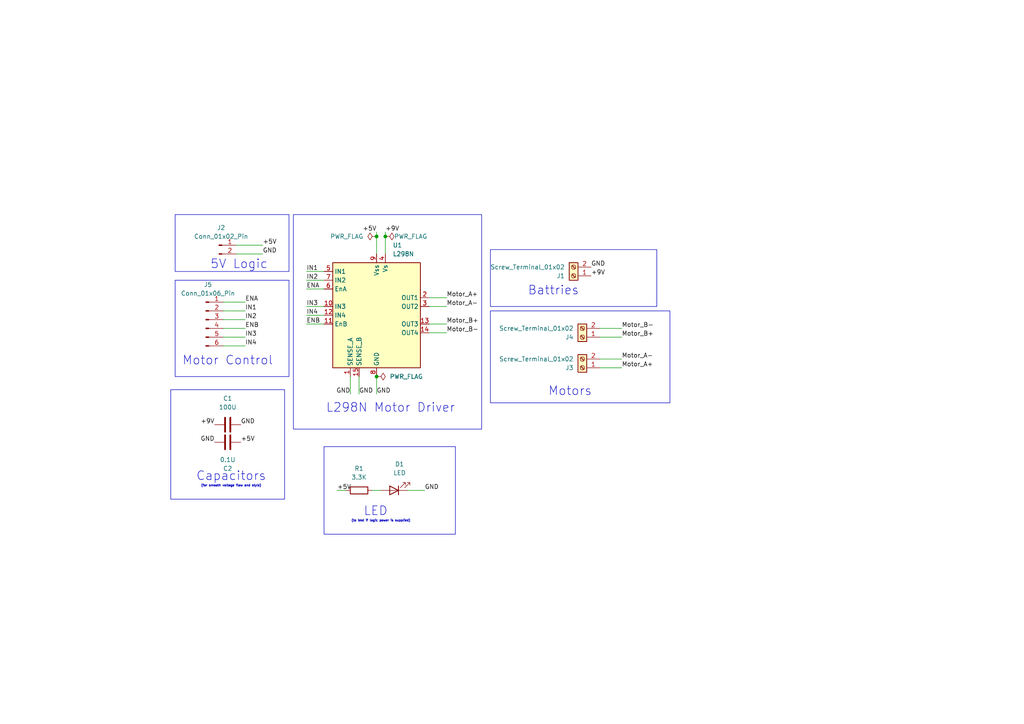
<source format=kicad_sch>
(kicad_sch
	(version 20250114)
	(generator "eeschema")
	(generator_version "9.0")
	(uuid "d5101740-95b4-4f27-9c92-59ad5ff72ede")
	(paper "A4")
	(lib_symbols
		(symbol "Connector:Conn_01x02_Pin"
			(pin_names
				(offset 1.016)
				(hide yes)
			)
			(exclude_from_sim no)
			(in_bom yes)
			(on_board yes)
			(property "Reference" "J"
				(at 0 2.54 0)
				(effects
					(font
						(size 1.27 1.27)
					)
				)
			)
			(property "Value" "Conn_01x02_Pin"
				(at 0 -5.08 0)
				(effects
					(font
						(size 1.27 1.27)
					)
				)
			)
			(property "Footprint" ""
				(at 0 0 0)
				(effects
					(font
						(size 1.27 1.27)
					)
					(hide yes)
				)
			)
			(property "Datasheet" "~"
				(at 0 0 0)
				(effects
					(font
						(size 1.27 1.27)
					)
					(hide yes)
				)
			)
			(property "Description" "Generic connector, single row, 01x02, script generated"
				(at 0 0 0)
				(effects
					(font
						(size 1.27 1.27)
					)
					(hide yes)
				)
			)
			(property "ki_locked" ""
				(at 0 0 0)
				(effects
					(font
						(size 1.27 1.27)
					)
				)
			)
			(property "ki_keywords" "connector"
				(at 0 0 0)
				(effects
					(font
						(size 1.27 1.27)
					)
					(hide yes)
				)
			)
			(property "ki_fp_filters" "Connector*:*_1x??_*"
				(at 0 0 0)
				(effects
					(font
						(size 1.27 1.27)
					)
					(hide yes)
				)
			)
			(symbol "Conn_01x02_Pin_1_1"
				(rectangle
					(start 0.8636 0.127)
					(end 0 -0.127)
					(stroke
						(width 0.1524)
						(type default)
					)
					(fill
						(type outline)
					)
				)
				(rectangle
					(start 0.8636 -2.413)
					(end 0 -2.667)
					(stroke
						(width 0.1524)
						(type default)
					)
					(fill
						(type outline)
					)
				)
				(polyline
					(pts
						(xy 1.27 0) (xy 0.8636 0)
					)
					(stroke
						(width 0.1524)
						(type default)
					)
					(fill
						(type none)
					)
				)
				(polyline
					(pts
						(xy 1.27 -2.54) (xy 0.8636 -2.54)
					)
					(stroke
						(width 0.1524)
						(type default)
					)
					(fill
						(type none)
					)
				)
				(pin passive line
					(at 5.08 0 180)
					(length 3.81)
					(name "Pin_1"
						(effects
							(font
								(size 1.27 1.27)
							)
						)
					)
					(number "1"
						(effects
							(font
								(size 1.27 1.27)
							)
						)
					)
				)
				(pin passive line
					(at 5.08 -2.54 180)
					(length 3.81)
					(name "Pin_2"
						(effects
							(font
								(size 1.27 1.27)
							)
						)
					)
					(number "2"
						(effects
							(font
								(size 1.27 1.27)
							)
						)
					)
				)
			)
			(embedded_fonts no)
		)
		(symbol "Connector:Conn_01x06_Pin"
			(pin_names
				(offset 1.016)
				(hide yes)
			)
			(exclude_from_sim no)
			(in_bom yes)
			(on_board yes)
			(property "Reference" "J"
				(at 0 7.62 0)
				(effects
					(font
						(size 1.27 1.27)
					)
				)
			)
			(property "Value" "Conn_01x06_Pin"
				(at 0 -10.16 0)
				(effects
					(font
						(size 1.27 1.27)
					)
				)
			)
			(property "Footprint" ""
				(at 0 0 0)
				(effects
					(font
						(size 1.27 1.27)
					)
					(hide yes)
				)
			)
			(property "Datasheet" "~"
				(at 0 0 0)
				(effects
					(font
						(size 1.27 1.27)
					)
					(hide yes)
				)
			)
			(property "Description" "Generic connector, single row, 01x06, script generated"
				(at 0 0 0)
				(effects
					(font
						(size 1.27 1.27)
					)
					(hide yes)
				)
			)
			(property "ki_locked" ""
				(at 0 0 0)
				(effects
					(font
						(size 1.27 1.27)
					)
				)
			)
			(property "ki_keywords" "connector"
				(at 0 0 0)
				(effects
					(font
						(size 1.27 1.27)
					)
					(hide yes)
				)
			)
			(property "ki_fp_filters" "Connector*:*_1x??_*"
				(at 0 0 0)
				(effects
					(font
						(size 1.27 1.27)
					)
					(hide yes)
				)
			)
			(symbol "Conn_01x06_Pin_1_1"
				(rectangle
					(start 0.8636 5.207)
					(end 0 4.953)
					(stroke
						(width 0.1524)
						(type default)
					)
					(fill
						(type outline)
					)
				)
				(rectangle
					(start 0.8636 2.667)
					(end 0 2.413)
					(stroke
						(width 0.1524)
						(type default)
					)
					(fill
						(type outline)
					)
				)
				(rectangle
					(start 0.8636 0.127)
					(end 0 -0.127)
					(stroke
						(width 0.1524)
						(type default)
					)
					(fill
						(type outline)
					)
				)
				(rectangle
					(start 0.8636 -2.413)
					(end 0 -2.667)
					(stroke
						(width 0.1524)
						(type default)
					)
					(fill
						(type outline)
					)
				)
				(rectangle
					(start 0.8636 -4.953)
					(end 0 -5.207)
					(stroke
						(width 0.1524)
						(type default)
					)
					(fill
						(type outline)
					)
				)
				(rectangle
					(start 0.8636 -7.493)
					(end 0 -7.747)
					(stroke
						(width 0.1524)
						(type default)
					)
					(fill
						(type outline)
					)
				)
				(polyline
					(pts
						(xy 1.27 5.08) (xy 0.8636 5.08)
					)
					(stroke
						(width 0.1524)
						(type default)
					)
					(fill
						(type none)
					)
				)
				(polyline
					(pts
						(xy 1.27 2.54) (xy 0.8636 2.54)
					)
					(stroke
						(width 0.1524)
						(type default)
					)
					(fill
						(type none)
					)
				)
				(polyline
					(pts
						(xy 1.27 0) (xy 0.8636 0)
					)
					(stroke
						(width 0.1524)
						(type default)
					)
					(fill
						(type none)
					)
				)
				(polyline
					(pts
						(xy 1.27 -2.54) (xy 0.8636 -2.54)
					)
					(stroke
						(width 0.1524)
						(type default)
					)
					(fill
						(type none)
					)
				)
				(polyline
					(pts
						(xy 1.27 -5.08) (xy 0.8636 -5.08)
					)
					(stroke
						(width 0.1524)
						(type default)
					)
					(fill
						(type none)
					)
				)
				(polyline
					(pts
						(xy 1.27 -7.62) (xy 0.8636 -7.62)
					)
					(stroke
						(width 0.1524)
						(type default)
					)
					(fill
						(type none)
					)
				)
				(pin passive line
					(at 5.08 5.08 180)
					(length 3.81)
					(name "Pin_1"
						(effects
							(font
								(size 1.27 1.27)
							)
						)
					)
					(number "1"
						(effects
							(font
								(size 1.27 1.27)
							)
						)
					)
				)
				(pin passive line
					(at 5.08 2.54 180)
					(length 3.81)
					(name "Pin_2"
						(effects
							(font
								(size 1.27 1.27)
							)
						)
					)
					(number "2"
						(effects
							(font
								(size 1.27 1.27)
							)
						)
					)
				)
				(pin passive line
					(at 5.08 0 180)
					(length 3.81)
					(name "Pin_3"
						(effects
							(font
								(size 1.27 1.27)
							)
						)
					)
					(number "3"
						(effects
							(font
								(size 1.27 1.27)
							)
						)
					)
				)
				(pin passive line
					(at 5.08 -2.54 180)
					(length 3.81)
					(name "Pin_4"
						(effects
							(font
								(size 1.27 1.27)
							)
						)
					)
					(number "4"
						(effects
							(font
								(size 1.27 1.27)
							)
						)
					)
				)
				(pin passive line
					(at 5.08 -5.08 180)
					(length 3.81)
					(name "Pin_5"
						(effects
							(font
								(size 1.27 1.27)
							)
						)
					)
					(number "5"
						(effects
							(font
								(size 1.27 1.27)
							)
						)
					)
				)
				(pin passive line
					(at 5.08 -7.62 180)
					(length 3.81)
					(name "Pin_6"
						(effects
							(font
								(size 1.27 1.27)
							)
						)
					)
					(number "6"
						(effects
							(font
								(size 1.27 1.27)
							)
						)
					)
				)
			)
			(embedded_fonts no)
		)
		(symbol "Connector:Screw_Terminal_01x02"
			(pin_names
				(offset 1.016)
				(hide yes)
			)
			(exclude_from_sim no)
			(in_bom yes)
			(on_board yes)
			(property "Reference" "J"
				(at 0 2.54 0)
				(effects
					(font
						(size 1.27 1.27)
					)
				)
			)
			(property "Value" "Screw_Terminal_01x02"
				(at 0 -5.08 0)
				(effects
					(font
						(size 1.27 1.27)
					)
				)
			)
			(property "Footprint" ""
				(at 0 0 0)
				(effects
					(font
						(size 1.27 1.27)
					)
					(hide yes)
				)
			)
			(property "Datasheet" "~"
				(at 0 0 0)
				(effects
					(font
						(size 1.27 1.27)
					)
					(hide yes)
				)
			)
			(property "Description" "Generic screw terminal, single row, 01x02, script generated (kicad-library-utils/schlib/autogen/connector/)"
				(at 0 0 0)
				(effects
					(font
						(size 1.27 1.27)
					)
					(hide yes)
				)
			)
			(property "ki_keywords" "screw terminal"
				(at 0 0 0)
				(effects
					(font
						(size 1.27 1.27)
					)
					(hide yes)
				)
			)
			(property "ki_fp_filters" "TerminalBlock*:*"
				(at 0 0 0)
				(effects
					(font
						(size 1.27 1.27)
					)
					(hide yes)
				)
			)
			(symbol "Screw_Terminal_01x02_1_1"
				(rectangle
					(start -1.27 1.27)
					(end 1.27 -3.81)
					(stroke
						(width 0.254)
						(type default)
					)
					(fill
						(type background)
					)
				)
				(polyline
					(pts
						(xy -0.5334 0.3302) (xy 0.3302 -0.508)
					)
					(stroke
						(width 0.1524)
						(type default)
					)
					(fill
						(type none)
					)
				)
				(polyline
					(pts
						(xy -0.5334 -2.2098) (xy 0.3302 -3.048)
					)
					(stroke
						(width 0.1524)
						(type default)
					)
					(fill
						(type none)
					)
				)
				(polyline
					(pts
						(xy -0.3556 0.508) (xy 0.508 -0.3302)
					)
					(stroke
						(width 0.1524)
						(type default)
					)
					(fill
						(type none)
					)
				)
				(polyline
					(pts
						(xy -0.3556 -2.032) (xy 0.508 -2.8702)
					)
					(stroke
						(width 0.1524)
						(type default)
					)
					(fill
						(type none)
					)
				)
				(circle
					(center 0 0)
					(radius 0.635)
					(stroke
						(width 0.1524)
						(type default)
					)
					(fill
						(type none)
					)
				)
				(circle
					(center 0 -2.54)
					(radius 0.635)
					(stroke
						(width 0.1524)
						(type default)
					)
					(fill
						(type none)
					)
				)
				(pin passive line
					(at -5.08 0 0)
					(length 3.81)
					(name "Pin_1"
						(effects
							(font
								(size 1.27 1.27)
							)
						)
					)
					(number "1"
						(effects
							(font
								(size 1.27 1.27)
							)
						)
					)
				)
				(pin passive line
					(at -5.08 -2.54 0)
					(length 3.81)
					(name "Pin_2"
						(effects
							(font
								(size 1.27 1.27)
							)
						)
					)
					(number "2"
						(effects
							(font
								(size 1.27 1.27)
							)
						)
					)
				)
			)
			(embedded_fonts no)
		)
		(symbol "Device:C"
			(pin_numbers
				(hide yes)
			)
			(pin_names
				(offset 0.254)
			)
			(exclude_from_sim no)
			(in_bom yes)
			(on_board yes)
			(property "Reference" "C"
				(at 0.635 2.54 0)
				(effects
					(font
						(size 1.27 1.27)
					)
					(justify left)
				)
			)
			(property "Value" "C"
				(at 0.635 -2.54 0)
				(effects
					(font
						(size 1.27 1.27)
					)
					(justify left)
				)
			)
			(property "Footprint" ""
				(at 0.9652 -3.81 0)
				(effects
					(font
						(size 1.27 1.27)
					)
					(hide yes)
				)
			)
			(property "Datasheet" "~"
				(at 0 0 0)
				(effects
					(font
						(size 1.27 1.27)
					)
					(hide yes)
				)
			)
			(property "Description" "Unpolarized capacitor"
				(at 0 0 0)
				(effects
					(font
						(size 1.27 1.27)
					)
					(hide yes)
				)
			)
			(property "ki_keywords" "cap capacitor"
				(at 0 0 0)
				(effects
					(font
						(size 1.27 1.27)
					)
					(hide yes)
				)
			)
			(property "ki_fp_filters" "C_*"
				(at 0 0 0)
				(effects
					(font
						(size 1.27 1.27)
					)
					(hide yes)
				)
			)
			(symbol "C_0_1"
				(polyline
					(pts
						(xy -2.032 0.762) (xy 2.032 0.762)
					)
					(stroke
						(width 0.508)
						(type default)
					)
					(fill
						(type none)
					)
				)
				(polyline
					(pts
						(xy -2.032 -0.762) (xy 2.032 -0.762)
					)
					(stroke
						(width 0.508)
						(type default)
					)
					(fill
						(type none)
					)
				)
			)
			(symbol "C_1_1"
				(pin passive line
					(at 0 3.81 270)
					(length 2.794)
					(name "~"
						(effects
							(font
								(size 1.27 1.27)
							)
						)
					)
					(number "1"
						(effects
							(font
								(size 1.27 1.27)
							)
						)
					)
				)
				(pin passive line
					(at 0 -3.81 90)
					(length 2.794)
					(name "~"
						(effects
							(font
								(size 1.27 1.27)
							)
						)
					)
					(number "2"
						(effects
							(font
								(size 1.27 1.27)
							)
						)
					)
				)
			)
			(embedded_fonts no)
		)
		(symbol "Device:LED"
			(pin_numbers
				(hide yes)
			)
			(pin_names
				(offset 1.016)
				(hide yes)
			)
			(exclude_from_sim no)
			(in_bom yes)
			(on_board yes)
			(property "Reference" "D"
				(at 0 2.54 0)
				(effects
					(font
						(size 1.27 1.27)
					)
				)
			)
			(property "Value" "LED"
				(at 0 -2.54 0)
				(effects
					(font
						(size 1.27 1.27)
					)
				)
			)
			(property "Footprint" ""
				(at 0 0 0)
				(effects
					(font
						(size 1.27 1.27)
					)
					(hide yes)
				)
			)
			(property "Datasheet" "~"
				(at 0 0 0)
				(effects
					(font
						(size 1.27 1.27)
					)
					(hide yes)
				)
			)
			(property "Description" "Light emitting diode"
				(at 0 0 0)
				(effects
					(font
						(size 1.27 1.27)
					)
					(hide yes)
				)
			)
			(property "Sim.Pins" "1=K 2=A"
				(at 0 0 0)
				(effects
					(font
						(size 1.27 1.27)
					)
					(hide yes)
				)
			)
			(property "ki_keywords" "LED diode"
				(at 0 0 0)
				(effects
					(font
						(size 1.27 1.27)
					)
					(hide yes)
				)
			)
			(property "ki_fp_filters" "LED* LED_SMD:* LED_THT:*"
				(at 0 0 0)
				(effects
					(font
						(size 1.27 1.27)
					)
					(hide yes)
				)
			)
			(symbol "LED_0_1"
				(polyline
					(pts
						(xy -3.048 -0.762) (xy -4.572 -2.286) (xy -3.81 -2.286) (xy -4.572 -2.286) (xy -4.572 -1.524)
					)
					(stroke
						(width 0)
						(type default)
					)
					(fill
						(type none)
					)
				)
				(polyline
					(pts
						(xy -1.778 -0.762) (xy -3.302 -2.286) (xy -2.54 -2.286) (xy -3.302 -2.286) (xy -3.302 -1.524)
					)
					(stroke
						(width 0)
						(type default)
					)
					(fill
						(type none)
					)
				)
				(polyline
					(pts
						(xy -1.27 0) (xy 1.27 0)
					)
					(stroke
						(width 0)
						(type default)
					)
					(fill
						(type none)
					)
				)
				(polyline
					(pts
						(xy -1.27 -1.27) (xy -1.27 1.27)
					)
					(stroke
						(width 0.254)
						(type default)
					)
					(fill
						(type none)
					)
				)
				(polyline
					(pts
						(xy 1.27 -1.27) (xy 1.27 1.27) (xy -1.27 0) (xy 1.27 -1.27)
					)
					(stroke
						(width 0.254)
						(type default)
					)
					(fill
						(type none)
					)
				)
			)
			(symbol "LED_1_1"
				(pin passive line
					(at -3.81 0 0)
					(length 2.54)
					(name "K"
						(effects
							(font
								(size 1.27 1.27)
							)
						)
					)
					(number "1"
						(effects
							(font
								(size 1.27 1.27)
							)
						)
					)
				)
				(pin passive line
					(at 3.81 0 180)
					(length 2.54)
					(name "A"
						(effects
							(font
								(size 1.27 1.27)
							)
						)
					)
					(number "2"
						(effects
							(font
								(size 1.27 1.27)
							)
						)
					)
				)
			)
			(embedded_fonts no)
		)
		(symbol "Device:R"
			(pin_numbers
				(hide yes)
			)
			(pin_names
				(offset 0)
			)
			(exclude_from_sim no)
			(in_bom yes)
			(on_board yes)
			(property "Reference" "R"
				(at 2.032 0 90)
				(effects
					(font
						(size 1.27 1.27)
					)
				)
			)
			(property "Value" "R"
				(at 0 0 90)
				(effects
					(font
						(size 1.27 1.27)
					)
				)
			)
			(property "Footprint" ""
				(at -1.778 0 90)
				(effects
					(font
						(size 1.27 1.27)
					)
					(hide yes)
				)
			)
			(property "Datasheet" "~"
				(at 0 0 0)
				(effects
					(font
						(size 1.27 1.27)
					)
					(hide yes)
				)
			)
			(property "Description" "Resistor"
				(at 0 0 0)
				(effects
					(font
						(size 1.27 1.27)
					)
					(hide yes)
				)
			)
			(property "ki_keywords" "R res resistor"
				(at 0 0 0)
				(effects
					(font
						(size 1.27 1.27)
					)
					(hide yes)
				)
			)
			(property "ki_fp_filters" "R_*"
				(at 0 0 0)
				(effects
					(font
						(size 1.27 1.27)
					)
					(hide yes)
				)
			)
			(symbol "R_0_1"
				(rectangle
					(start -1.016 -2.54)
					(end 1.016 2.54)
					(stroke
						(width 0.254)
						(type default)
					)
					(fill
						(type none)
					)
				)
			)
			(symbol "R_1_1"
				(pin passive line
					(at 0 3.81 270)
					(length 1.27)
					(name "~"
						(effects
							(font
								(size 1.27 1.27)
							)
						)
					)
					(number "1"
						(effects
							(font
								(size 1.27 1.27)
							)
						)
					)
				)
				(pin passive line
					(at 0 -3.81 90)
					(length 1.27)
					(name "~"
						(effects
							(font
								(size 1.27 1.27)
							)
						)
					)
					(number "2"
						(effects
							(font
								(size 1.27 1.27)
							)
						)
					)
				)
			)
			(embedded_fonts no)
		)
		(symbol "Driver_Motor:L298N"
			(exclude_from_sim no)
			(in_bom yes)
			(on_board yes)
			(property "Reference" "U"
				(at -10.16 16.51 0)
				(effects
					(font
						(size 1.27 1.27)
					)
					(justify right)
				)
			)
			(property "Value" "L298N"
				(at 12.7 16.51 0)
				(effects
					(font
						(size 1.27 1.27)
					)
					(justify right)
				)
			)
			(property "Footprint" "Package_TO_SOT_THT:TO-220-15_P2.54x5.08mm_StaggerOdd_Lead4.58mm_Vertical"
				(at 1.27 -16.51 0)
				(effects
					(font
						(size 1.27 1.27)
					)
					(justify left)
					(hide yes)
				)
			)
			(property "Datasheet" "http://www.st.com/st-web-ui/static/active/en/resource/technical/document/datasheet/CD00000240.pdf"
				(at 3.81 6.35 0)
				(effects
					(font
						(size 1.27 1.27)
					)
					(hide yes)
				)
			)
			(property "Description" "Dual full bridge motor driver, up to 46V, 4A, Multiwatt15-V"
				(at 0 0 0)
				(effects
					(font
						(size 1.27 1.27)
					)
					(hide yes)
				)
			)
			(property "ki_keywords" "H-bridge motor driver"
				(at 0 0 0)
				(effects
					(font
						(size 1.27 1.27)
					)
					(hide yes)
				)
			)
			(property "ki_fp_filters" "TO?220*StaggerOdd*Vertical*"
				(at 0 0 0)
				(effects
					(font
						(size 1.27 1.27)
					)
					(hide yes)
				)
			)
			(symbol "L298N_0_1"
				(rectangle
					(start -12.7 15.24)
					(end 12.7 -15.24)
					(stroke
						(width 0.254)
						(type default)
					)
					(fill
						(type background)
					)
				)
			)
			(symbol "L298N_1_1"
				(pin input line
					(at -15.24 12.7 0)
					(length 2.54)
					(name "IN1"
						(effects
							(font
								(size 1.27 1.27)
							)
						)
					)
					(number "5"
						(effects
							(font
								(size 1.27 1.27)
							)
						)
					)
				)
				(pin input line
					(at -15.24 10.16 0)
					(length 2.54)
					(name "IN2"
						(effects
							(font
								(size 1.27 1.27)
							)
						)
					)
					(number "7"
						(effects
							(font
								(size 1.27 1.27)
							)
						)
					)
				)
				(pin input line
					(at -15.24 7.62 0)
					(length 2.54)
					(name "EnA"
						(effects
							(font
								(size 1.27 1.27)
							)
						)
					)
					(number "6"
						(effects
							(font
								(size 1.27 1.27)
							)
						)
					)
				)
				(pin input line
					(at -15.24 2.54 0)
					(length 2.54)
					(name "IN3"
						(effects
							(font
								(size 1.27 1.27)
							)
						)
					)
					(number "10"
						(effects
							(font
								(size 1.27 1.27)
							)
						)
					)
				)
				(pin input line
					(at -15.24 0 0)
					(length 2.54)
					(name "IN4"
						(effects
							(font
								(size 1.27 1.27)
							)
						)
					)
					(number "12"
						(effects
							(font
								(size 1.27 1.27)
							)
						)
					)
				)
				(pin input line
					(at -15.24 -2.54 0)
					(length 2.54)
					(name "EnB"
						(effects
							(font
								(size 1.27 1.27)
							)
						)
					)
					(number "11"
						(effects
							(font
								(size 1.27 1.27)
							)
						)
					)
				)
				(pin input line
					(at -7.62 -17.78 90)
					(length 2.54)
					(name "SENSE_A"
						(effects
							(font
								(size 1.27 1.27)
							)
						)
					)
					(number "1"
						(effects
							(font
								(size 1.27 1.27)
							)
						)
					)
				)
				(pin input line
					(at -5.08 -17.78 90)
					(length 2.54)
					(name "SENSE_B"
						(effects
							(font
								(size 1.27 1.27)
							)
						)
					)
					(number "15"
						(effects
							(font
								(size 1.27 1.27)
							)
						)
					)
				)
				(pin power_in line
					(at 0 17.78 270)
					(length 2.54)
					(name "Vss"
						(effects
							(font
								(size 1.27 1.27)
							)
						)
					)
					(number "9"
						(effects
							(font
								(size 1.27 1.27)
							)
						)
					)
				)
				(pin power_in line
					(at 0 -17.78 90)
					(length 2.54)
					(name "GND"
						(effects
							(font
								(size 1.27 1.27)
							)
						)
					)
					(number "8"
						(effects
							(font
								(size 1.27 1.27)
							)
						)
					)
				)
				(pin power_in line
					(at 2.54 17.78 270)
					(length 2.54)
					(name "Vs"
						(effects
							(font
								(size 1.27 1.27)
							)
						)
					)
					(number "4"
						(effects
							(font
								(size 1.27 1.27)
							)
						)
					)
				)
				(pin output line
					(at 15.24 5.08 180)
					(length 2.54)
					(name "OUT1"
						(effects
							(font
								(size 1.27 1.27)
							)
						)
					)
					(number "2"
						(effects
							(font
								(size 1.27 1.27)
							)
						)
					)
				)
				(pin output line
					(at 15.24 2.54 180)
					(length 2.54)
					(name "OUT2"
						(effects
							(font
								(size 1.27 1.27)
							)
						)
					)
					(number "3"
						(effects
							(font
								(size 1.27 1.27)
							)
						)
					)
				)
				(pin output line
					(at 15.24 -2.54 180)
					(length 2.54)
					(name "OUT3"
						(effects
							(font
								(size 1.27 1.27)
							)
						)
					)
					(number "13"
						(effects
							(font
								(size 1.27 1.27)
							)
						)
					)
				)
				(pin output line
					(at 15.24 -5.08 180)
					(length 2.54)
					(name "OUT4"
						(effects
							(font
								(size 1.27 1.27)
							)
						)
					)
					(number "14"
						(effects
							(font
								(size 1.27 1.27)
							)
						)
					)
				)
			)
			(embedded_fonts no)
		)
		(symbol "power:PWR_FLAG"
			(power)
			(pin_numbers
				(hide yes)
			)
			(pin_names
				(offset 0)
				(hide yes)
			)
			(exclude_from_sim no)
			(in_bom yes)
			(on_board yes)
			(property "Reference" "#FLG"
				(at 0 1.905 0)
				(effects
					(font
						(size 1.27 1.27)
					)
					(hide yes)
				)
			)
			(property "Value" "PWR_FLAG"
				(at 0 3.81 0)
				(effects
					(font
						(size 1.27 1.27)
					)
				)
			)
			(property "Footprint" ""
				(at 0 0 0)
				(effects
					(font
						(size 1.27 1.27)
					)
					(hide yes)
				)
			)
			(property "Datasheet" "~"
				(at 0 0 0)
				(effects
					(font
						(size 1.27 1.27)
					)
					(hide yes)
				)
			)
			(property "Description" "Special symbol for telling ERC where power comes from"
				(at 0 0 0)
				(effects
					(font
						(size 1.27 1.27)
					)
					(hide yes)
				)
			)
			(property "ki_keywords" "flag power"
				(at 0 0 0)
				(effects
					(font
						(size 1.27 1.27)
					)
					(hide yes)
				)
			)
			(symbol "PWR_FLAG_0_0"
				(pin power_out line
					(at 0 0 90)
					(length 0)
					(name "~"
						(effects
							(font
								(size 1.27 1.27)
							)
						)
					)
					(number "1"
						(effects
							(font
								(size 1.27 1.27)
							)
						)
					)
				)
			)
			(symbol "PWR_FLAG_0_1"
				(polyline
					(pts
						(xy 0 0) (xy 0 1.27) (xy -1.016 1.905) (xy 0 2.54) (xy 1.016 1.905) (xy 0 1.27)
					)
					(stroke
						(width 0)
						(type default)
					)
					(fill
						(type none)
					)
				)
			)
			(embedded_fonts no)
		)
	)
	(rectangle
		(start 85.09 62.23)
		(end 139.7 124.46)
		(stroke
			(width 0)
			(type default)
		)
		(fill
			(type none)
		)
		(uuid 185b469f-9272-4b8b-9f11-e3e90c58c482)
	)
	(rectangle
		(start 49.53 113.03)
		(end 82.55 144.78)
		(stroke
			(width 0)
			(type default)
		)
		(fill
			(type none)
		)
		(uuid 204746da-aa16-4509-b283-879221fee38c)
	)
	(rectangle
		(start 142.24 72.39)
		(end 190.5 88.9)
		(stroke
			(width 0)
			(type default)
		)
		(fill
			(type none)
		)
		(uuid 9add58c4-f452-42e3-ad29-aa1985a093fd)
	)
	(rectangle
		(start 50.8 81.28)
		(end 83.82 109.22)
		(stroke
			(width 0)
			(type default)
		)
		(fill
			(type none)
		)
		(uuid a9da99d5-aba8-4324-87b3-ed5627151b79)
	)
	(rectangle
		(start 50.8 62.23)
		(end 83.82 78.74)
		(stroke
			(width 0)
			(type default)
		)
		(fill
			(type none)
		)
		(uuid cf14fc11-18dd-400e-bc8d-5a5aa4d38b90)
	)
	(rectangle
		(start 93.98 129.54)
		(end 132.08 154.94)
		(stroke
			(width 0)
			(type default)
		)
		(fill
			(type none)
		)
		(uuid d133199f-8c71-4f66-97aa-552c06577147)
	)
	(rectangle
		(start 142.24 90.17)
		(end 194.31 116.84)
		(stroke
			(width 0)
			(type default)
		)
		(fill
			(type none)
		)
		(uuid e2971e28-dcc6-46ac-8069-6e40fad6680b)
	)
	(text "Capacitors"
		(exclude_from_sim no)
		(at 67.056 138.176 0)
		(effects
			(font
				(size 2.54 2.54)
			)
		)
		(uuid "3af47dbb-ce18-45f2-855c-2b51bdbfee5d")
	)
	(text "(to test if logic power is supplied)"
		(exclude_from_sim no)
		(at 110.49 151.13 0)
		(effects
			(font
				(size 0.635 0.635)
			)
		)
		(uuid "7bd636cc-d5cc-492a-87c7-3cdd83697117")
	)
	(text "5V Logic"
		(exclude_from_sim no)
		(at 69.342 76.708 0)
		(effects
			(font
				(size 2.54 2.54)
			)
		)
		(uuid "7f4cd23e-c91f-4f95-9b7d-a5557ca96e33")
	)
	(text "Motor Control\n"
		(exclude_from_sim no)
		(at 66.04 104.648 0)
		(effects
			(font
				(size 2.54 2.54)
			)
		)
		(uuid "7fb0ca55-b9fa-412b-aead-2545c19429ca")
	)
	(text "(for smooth voltage flow and style)"
		(exclude_from_sim no)
		(at 67.056 140.97 0)
		(effects
			(font
				(size 0.635 0.635)
			)
		)
		(uuid "a69e9626-87d2-4422-9775-be2802d30f06")
	)
	(text "Battries\n"
		(exclude_from_sim no)
		(at 160.528 84.328 0)
		(effects
			(font
				(size 2.54 2.54)
			)
		)
		(uuid "add400e0-4e1f-4448-be18-7babc913289a")
	)
	(text "LED"
		(exclude_from_sim no)
		(at 108.966 148.336 0)
		(effects
			(font
				(size 2.54 2.54)
			)
		)
		(uuid "c5e191df-ef1b-4821-857c-4a21a8937f62")
	)
	(text "Motors"
		(exclude_from_sim no)
		(at 165.354 113.538 0)
		(effects
			(font
				(size 2.54 2.54)
			)
		)
		(uuid "da2e4702-1dbd-4cf1-95f1-0f680c467a78")
	)
	(text "L298N Motor Driver"
		(exclude_from_sim no)
		(at 113.284 118.364 0)
		(effects
			(font
				(size 2.54 2.54)
			)
		)
		(uuid "e8b71bc2-51bd-4779-9f4d-ffd4369fa8c0")
	)
	(junction
		(at 111.76 68.58)
		(diameter 0)
		(color 0 0 0 0)
		(uuid "2918f3c0-ebb7-4268-a9f9-c5c33bd0eb33")
	)
	(junction
		(at 109.22 68.58)
		(diameter 0)
		(color 0 0 0 0)
		(uuid "2f658411-9b67-4647-a642-944a67a1ad05")
	)
	(junction
		(at 109.22 109.22)
		(diameter 0)
		(color 0 0 0 0)
		(uuid "7bd330cb-4086-4fca-bfe1-327f2f503682")
	)
	(wire
		(pts
			(xy 101.6 109.22) (xy 101.6 114.3)
		)
		(stroke
			(width 0)
			(type default)
		)
		(uuid "069eb77b-9e6e-4dc4-9e03-99b2cb656a23")
	)
	(wire
		(pts
			(xy 180.34 104.14) (xy 173.99 104.14)
		)
		(stroke
			(width 0)
			(type default)
		)
		(uuid "197808dc-14f3-48f1-ac6d-2aa303e01850")
	)
	(wire
		(pts
			(xy 88.9 78.74) (xy 93.98 78.74)
		)
		(stroke
			(width 0)
			(type default)
		)
		(uuid "1dc44879-d4e3-4eab-a4a9-01fa0c876098")
	)
	(wire
		(pts
			(xy 107.95 142.24) (xy 110.49 142.24)
		)
		(stroke
			(width 0)
			(type default)
		)
		(uuid "22495bee-7a02-4afa-a0e5-f3911ff052dd")
	)
	(wire
		(pts
			(xy 124.46 96.52) (xy 129.54 96.52)
		)
		(stroke
			(width 0)
			(type default)
		)
		(uuid "2385a8ec-7342-454c-8a4b-5aeffdbfebd6")
	)
	(wire
		(pts
			(xy 180.34 106.68) (xy 173.99 106.68)
		)
		(stroke
			(width 0)
			(type default)
		)
		(uuid "263924be-45f4-4033-bbc3-32a6dc6f0ad8")
	)
	(wire
		(pts
			(xy 68.58 71.12) (xy 76.2 71.12)
		)
		(stroke
			(width 0)
			(type default)
		)
		(uuid "2d5cf365-54eb-4856-89d3-0f1e28dc1d7c")
	)
	(wire
		(pts
			(xy 111.76 68.58) (xy 111.76 73.66)
		)
		(stroke
			(width 0)
			(type default)
		)
		(uuid "37fe6875-82a8-47ae-a8fc-be4f0bfee4ad")
	)
	(wire
		(pts
			(xy 68.58 73.66) (xy 76.2 73.66)
		)
		(stroke
			(width 0)
			(type default)
		)
		(uuid "42666b9f-616c-46fa-8467-ef04b00abf85")
	)
	(wire
		(pts
			(xy 88.9 91.44) (xy 93.98 91.44)
		)
		(stroke
			(width 0)
			(type default)
		)
		(uuid "44eb3912-990f-4a2c-9df2-5ef0bd4fa8e6")
	)
	(wire
		(pts
			(xy 109.22 109.22) (xy 109.22 114.3)
		)
		(stroke
			(width 0)
			(type default)
		)
		(uuid "45b5782d-6832-4100-b3cb-675d169da4d3")
	)
	(wire
		(pts
			(xy 64.77 97.79) (xy 71.12 97.79)
		)
		(stroke
			(width 0)
			(type default)
		)
		(uuid "4863d16a-f7b9-486d-bbdb-ae87ac7d83f5")
	)
	(wire
		(pts
			(xy 88.9 93.98) (xy 93.98 93.98)
		)
		(stroke
			(width 0)
			(type default)
		)
		(uuid "4fdd62c1-2db7-4631-97f6-b83e81b0293f")
	)
	(wire
		(pts
			(xy 64.77 90.17) (xy 71.12 90.17)
		)
		(stroke
			(width 0)
			(type default)
		)
		(uuid "60561e66-a20c-4eab-9f3c-c31a3e96cd4f")
	)
	(wire
		(pts
			(xy 104.14 109.22) (xy 104.14 114.3)
		)
		(stroke
			(width 0)
			(type default)
		)
		(uuid "61113bac-ae9f-42fa-b16b-4ae976d66446")
	)
	(wire
		(pts
			(xy 109.22 68.58) (xy 109.22 73.66)
		)
		(stroke
			(width 0)
			(type default)
		)
		(uuid "72f5f8dc-0010-431d-9ed7-0a131e10baa3")
	)
	(wire
		(pts
			(xy 88.9 83.82) (xy 93.98 83.82)
		)
		(stroke
			(width 0)
			(type default)
		)
		(uuid "74053f30-b192-4f35-9de9-7e73ba428adf")
	)
	(wire
		(pts
			(xy 124.46 93.98) (xy 129.54 93.98)
		)
		(stroke
			(width 0)
			(type default)
		)
		(uuid "835b5a79-0771-4e5c-b2b7-da5e8dfe5fb3")
	)
	(wire
		(pts
			(xy 180.34 95.25) (xy 173.99 95.25)
		)
		(stroke
			(width 0)
			(type default)
		)
		(uuid "8675cf1a-7857-49a6-a926-8d1fbffafdaf")
	)
	(wire
		(pts
			(xy 64.77 100.33) (xy 71.12 100.33)
		)
		(stroke
			(width 0)
			(type default)
		)
		(uuid "89e3cae7-ca03-4d39-a8ce-e2d991c9d89d")
	)
	(wire
		(pts
			(xy 111.76 67.31) (xy 111.76 68.58)
		)
		(stroke
			(width 0)
			(type default)
		)
		(uuid "8e41dff1-e173-47db-9a15-59bb397e26e9")
	)
	(wire
		(pts
			(xy 88.9 81.28) (xy 93.98 81.28)
		)
		(stroke
			(width 0)
			(type default)
		)
		(uuid "8ee45308-bd83-4bb3-b702-a0fbcacd0dbf")
	)
	(wire
		(pts
			(xy 109.22 67.31) (xy 109.22 68.58)
		)
		(stroke
			(width 0)
			(type default)
		)
		(uuid "94debefc-c441-487a-ba27-897fc4ff3cf7")
	)
	(wire
		(pts
			(xy 97.79 142.24) (xy 100.33 142.24)
		)
		(stroke
			(width 0)
			(type default)
		)
		(uuid "9ba4e67f-0436-42da-affd-801bfe81782a")
	)
	(wire
		(pts
			(xy 124.46 88.9) (xy 129.54 88.9)
		)
		(stroke
			(width 0)
			(type default)
		)
		(uuid "9d7d6445-0e23-4674-a8de-eaadd871ac70")
	)
	(wire
		(pts
			(xy 64.77 95.25) (xy 71.12 95.25)
		)
		(stroke
			(width 0)
			(type default)
		)
		(uuid "c9d3258c-d186-4a32-b63e-6fad476b7c92")
	)
	(wire
		(pts
			(xy 64.77 87.63) (xy 71.12 87.63)
		)
		(stroke
			(width 0)
			(type default)
		)
		(uuid "d23cc86f-8ef8-4377-89fc-e1009b617fbb")
	)
	(wire
		(pts
			(xy 88.9 88.9) (xy 93.98 88.9)
		)
		(stroke
			(width 0)
			(type default)
		)
		(uuid "d314849f-55b6-41fb-a804-c09a6ca55ba5")
	)
	(wire
		(pts
			(xy 64.77 92.71) (xy 71.12 92.71)
		)
		(stroke
			(width 0)
			(type default)
		)
		(uuid "d8eb5f29-6e4d-4df7-8135-be252a287d55")
	)
	(wire
		(pts
			(xy 124.46 86.36) (xy 129.54 86.36)
		)
		(stroke
			(width 0)
			(type default)
		)
		(uuid "f5269b14-961f-482b-9a8a-50d9be0368b1")
	)
	(wire
		(pts
			(xy 180.34 97.79) (xy 173.99 97.79)
		)
		(stroke
			(width 0)
			(type default)
		)
		(uuid "faa9d8b1-50bc-4ced-a16a-dd8b094b6994")
	)
	(wire
		(pts
			(xy 118.11 142.24) (xy 123.19 142.24)
		)
		(stroke
			(width 0)
			(type default)
		)
		(uuid "fca08ec6-a838-4af9-a6bb-9482f4e30471")
	)
	(label "GND"
		(at 104.14 114.3 0)
		(effects
			(font
				(size 1.27 1.27)
			)
			(justify left bottom)
		)
		(uuid "05bd57d0-3b8a-4177-af68-417efa2e2508")
	)
	(label "GND"
		(at 109.22 114.3 0)
		(effects
			(font
				(size 1.27 1.27)
			)
			(justify left bottom)
		)
		(uuid "07a17a83-b43f-4f7a-b1c7-46e2c739c7af")
	)
	(label "GND"
		(at 62.23 128.27 180)
		(effects
			(font
				(size 1.27 1.27)
			)
			(justify right bottom)
		)
		(uuid "0fc3b72f-d83a-4e15-86f6-1ff001632a5d")
	)
	(label "IN2"
		(at 71.12 92.71 0)
		(effects
			(font
				(size 1.27 1.27)
			)
			(justify left bottom)
		)
		(uuid "1198222f-037f-4be9-a241-f27560cf8a58")
	)
	(label "IN3"
		(at 71.12 97.79 0)
		(effects
			(font
				(size 1.27 1.27)
			)
			(justify left bottom)
		)
		(uuid "287211e8-0b7e-4486-9b69-336bcec6f848")
	)
	(label "GND"
		(at 101.6 114.3 180)
		(effects
			(font
				(size 1.27 1.27)
			)
			(justify right bottom)
		)
		(uuid "2b16dc77-a4a4-45d7-9fba-abb5f3216f70")
	)
	(label "Motor_A-"
		(at 129.54 88.9 0)
		(effects
			(font
				(size 1.27 1.27)
			)
			(justify left bottom)
		)
		(uuid "2cc1f56e-10f4-4885-8779-b58c877ca199")
	)
	(label "ENA"
		(at 71.12 87.63 0)
		(effects
			(font
				(size 1.27 1.27)
			)
			(justify left bottom)
		)
		(uuid "3d9db375-4c5c-4505-bb15-86e8a71237f9")
	)
	(label "+5V"
		(at 97.79 142.24 0)
		(effects
			(font
				(size 1.27 1.27)
			)
			(justify left bottom)
		)
		(uuid "420a0693-afff-450f-a919-dde1c060e695")
	)
	(label "+5V"
		(at 69.85 128.27 0)
		(effects
			(font
				(size 1.27 1.27)
			)
			(justify left bottom)
		)
		(uuid "4fcc13f9-d90a-46af-999c-69c4fb9ed306")
	)
	(label "+5V"
		(at 109.22 67.31 180)
		(effects
			(font
				(size 1.27 1.27)
			)
			(justify right bottom)
		)
		(uuid "5360a5fb-3936-46a9-8020-2b4694dcd71f")
	)
	(label "ENB"
		(at 88.9 93.98 0)
		(effects
			(font
				(size 1.27 1.27)
			)
			(justify left bottom)
		)
		(uuid "690bed09-1891-4b62-aa40-1c3e2f114248")
	)
	(label "+9V"
		(at 62.23 123.19 180)
		(effects
			(font
				(size 1.27 1.27)
			)
			(justify right bottom)
		)
		(uuid "6ce59880-8948-422a-a168-4bf2c25499be")
	)
	(label "+9V"
		(at 111.76 67.31 0)
		(effects
			(font
				(size 1.27 1.27)
			)
			(justify left bottom)
		)
		(uuid "71ee74cf-449e-4e10-9c2f-88526179b88c")
	)
	(label "ENA"
		(at 88.9 83.82 0)
		(effects
			(font
				(size 1.27 1.27)
			)
			(justify left bottom)
		)
		(uuid "72a7a461-98f1-4c8d-804e-432e41385b59")
	)
	(label "Motor_B+"
		(at 180.34 97.79 0)
		(effects
			(font
				(size 1.27 1.27)
			)
			(justify left bottom)
		)
		(uuid "77433b15-adf7-4e35-8f0b-7c5ed682c693")
	)
	(label "Motor_A+"
		(at 129.54 86.36 0)
		(effects
			(font
				(size 1.27 1.27)
			)
			(justify left bottom)
		)
		(uuid "830899ba-555a-418f-99b3-9895b9457b17")
	)
	(label "IN4"
		(at 88.9 91.44 0)
		(effects
			(font
				(size 1.27 1.27)
			)
			(justify left bottom)
		)
		(uuid "8e4cda68-4384-4ba7-b0d1-97f4b188c330")
	)
	(label "+5V"
		(at 76.2 71.12 0)
		(effects
			(font
				(size 1.27 1.27)
			)
			(justify left bottom)
		)
		(uuid "9632eae5-4ffa-4661-8952-e888d50e4b91")
	)
	(label "GND"
		(at 69.85 123.19 0)
		(effects
			(font
				(size 1.27 1.27)
			)
			(justify left bottom)
		)
		(uuid "98d7ce90-a1a9-4063-9648-bf2e240c34a6")
	)
	(label "ENB"
		(at 71.12 95.25 0)
		(effects
			(font
				(size 1.27 1.27)
			)
			(justify left bottom)
		)
		(uuid "9fe446b2-38ea-4038-949d-78bb3a0e0aa3")
	)
	(label "GND"
		(at 171.45 77.47 0)
		(effects
			(font
				(size 1.27 1.27)
			)
			(justify left bottom)
		)
		(uuid "a394b315-5598-498a-a518-b336ce3c7e0d")
	)
	(label "Motor_B+"
		(at 129.54 93.98 0)
		(effects
			(font
				(size 1.27 1.27)
			)
			(justify left bottom)
		)
		(uuid "a68a954d-d26f-4dff-8ac9-3faa6aa17367")
	)
	(label "Motor_B-"
		(at 180.34 95.25 0)
		(effects
			(font
				(size 1.27 1.27)
			)
			(justify left bottom)
		)
		(uuid "c1c147f5-e6d3-460a-96fe-a58661f87c2e")
	)
	(label "IN2"
		(at 88.9 81.28 0)
		(effects
			(font
				(size 1.27 1.27)
			)
			(justify left bottom)
		)
		(uuid "c3df5577-e146-4c2d-9a68-1d93de3d73ef")
	)
	(label "Motor_B-"
		(at 129.54 96.52 0)
		(effects
			(font
				(size 1.27 1.27)
			)
			(justify left bottom)
		)
		(uuid "c486bf92-9d63-48b0-a6eb-615814c105d0")
	)
	(label "+9V"
		(at 171.45 80.01 0)
		(effects
			(font
				(size 1.27 1.27)
			)
			(justify left bottom)
		)
		(uuid "c7899b91-c579-4ba8-842a-a2109da7b57b")
	)
	(label "GND"
		(at 76.2 73.66 0)
		(effects
			(font
				(size 1.27 1.27)
			)
			(justify left bottom)
		)
		(uuid "cf30cf52-aef5-4e27-854c-4413caab4db4")
	)
	(label "Motor_A-"
		(at 180.34 104.14 0)
		(effects
			(font
				(size 1.27 1.27)
			)
			(justify left bottom)
		)
		(uuid "d0142d72-7385-42d0-bd79-b610ecfbbc6d")
	)
	(label "IN1"
		(at 88.9 78.74 0)
		(effects
			(font
				(size 1.27 1.27)
			)
			(justify left bottom)
		)
		(uuid "d0a10e69-6907-42dc-82c4-8f49421ab1e4")
	)
	(label "IN1"
		(at 71.12 90.17 0)
		(effects
			(font
				(size 1.27 1.27)
			)
			(justify left bottom)
		)
		(uuid "de70823b-84ef-44cb-9577-8382554f6875")
	)
	(label "IN3"
		(at 88.9 88.9 0)
		(effects
			(font
				(size 1.27 1.27)
			)
			(justify left bottom)
		)
		(uuid "e66ef9e7-37cb-43e9-9d48-ce17b07c62ae")
	)
	(label "IN4"
		(at 71.12 100.33 0)
		(effects
			(font
				(size 1.27 1.27)
			)
			(justify left bottom)
		)
		(uuid "e7b02bb3-0b85-46dd-827e-1acfb6cfe081")
	)
	(label "GND"
		(at 123.19 142.24 0)
		(effects
			(font
				(size 1.27 1.27)
			)
			(justify left bottom)
		)
		(uuid "e8e85772-c7a1-4e48-8add-260c910a8562")
	)
	(label "Motor_A+"
		(at 180.34 106.68 0)
		(effects
			(font
				(size 1.27 1.27)
			)
			(justify left bottom)
		)
		(uuid "f1a133b5-394a-4ed6-b860-b28471084869")
	)
	(symbol
		(lib_id "Device:C")
		(at 66.04 123.19 90)
		(unit 1)
		(exclude_from_sim no)
		(in_bom yes)
		(on_board yes)
		(dnp no)
		(fields_autoplaced yes)
		(uuid "07d300c4-3329-4b83-8643-66f96f0e7141")
		(property "Reference" "C1"
			(at 66.04 115.57 90)
			(effects
				(font
					(size 1.27 1.27)
				)
			)
		)
		(property "Value" "100U"
			(at 66.04 118.11 90)
			(effects
				(font
					(size 1.27 1.27)
				)
			)
		)
		(property "Footprint" "Capacitor_THT:C_Disc_D3.0mm_W1.6mm_P2.50mm"
			(at 69.85 122.2248 0)
			(effects
				(font
					(size 1.27 1.27)
				)
				(hide yes)
			)
		)
		(property "Datasheet" "~"
			(at 66.04 123.19 0)
			(effects
				(font
					(size 1.27 1.27)
				)
				(hide yes)
			)
		)
		(property "Description" "Unpolarized capacitor"
			(at 66.04 123.19 0)
			(effects
				(font
					(size 1.27 1.27)
				)
				(hide yes)
			)
		)
		(pin "2"
			(uuid "bf13ee0d-5f40-423f-9074-ec59a38e3e09")
		)
		(pin "1"
			(uuid "5fab3723-e11e-4597-9881-1800783676cf")
		)
		(instances
			(project ""
				(path "/d5101740-95b4-4f27-9c92-59ad5ff72ede"
					(reference "C1")
					(unit 1)
				)
			)
		)
	)
	(symbol
		(lib_id "Connector:Conn_01x06_Pin")
		(at 59.69 92.71 0)
		(unit 1)
		(exclude_from_sim no)
		(in_bom yes)
		(on_board yes)
		(dnp no)
		(fields_autoplaced yes)
		(uuid "13799cec-e760-46a1-8c87-8a8a7ffa6b07")
		(property "Reference" "J5"
			(at 60.325 82.55 0)
			(effects
				(font
					(size 1.27 1.27)
				)
			)
		)
		(property "Value" "Conn_01x06_Pin"
			(at 60.325 85.09 0)
			(effects
				(font
					(size 1.27 1.27)
				)
			)
		)
		(property "Footprint" "Connector_PinHeader_2.54mm:PinHeader_1x06_P2.54mm_Vertical"
			(at 59.69 92.71 0)
			(effects
				(font
					(size 1.27 1.27)
				)
				(hide yes)
			)
		)
		(property "Datasheet" "~"
			(at 59.69 92.71 0)
			(effects
				(font
					(size 1.27 1.27)
				)
				(hide yes)
			)
		)
		(property "Description" "Generic connector, single row, 01x06, script generated"
			(at 59.69 92.71 0)
			(effects
				(font
					(size 1.27 1.27)
				)
				(hide yes)
			)
		)
		(pin "1"
			(uuid "e3795d88-d168-4dbe-8b74-676c479a70e2")
		)
		(pin "2"
			(uuid "e53ca6c9-3380-4293-bb7e-9c7451535069")
		)
		(pin "6"
			(uuid "fb700c6c-c3f6-45b2-af1e-2163354e893e")
		)
		(pin "5"
			(uuid "c28d8c2e-7227-4b30-8707-840933a2fe8d")
		)
		(pin "4"
			(uuid "79a1e946-5362-40e9-832f-fd0d2aa8e5c0")
		)
		(pin "3"
			(uuid "f6cd48ce-75c2-44d5-9f81-46365eab098d")
		)
		(instances
			(project ""
				(path "/d5101740-95b4-4f27-9c92-59ad5ff72ede"
					(reference "J5")
					(unit 1)
				)
			)
		)
	)
	(symbol
		(lib_id "power:PWR_FLAG")
		(at 111.76 68.58 270)
		(unit 1)
		(exclude_from_sim no)
		(in_bom yes)
		(on_board yes)
		(dnp no)
		(uuid "4e0af3eb-505d-45aa-a60e-f00072845575")
		(property "Reference" "#FLG02"
			(at 113.665 68.58 0)
			(effects
				(font
					(size 1.27 1.27)
				)
				(hide yes)
			)
		)
		(property "Value" "PWR_FLAG"
			(at 114.3 68.5799 90)
			(effects
				(font
					(size 1.27 1.27)
				)
				(justify left)
			)
		)
		(property "Footprint" ""
			(at 111.76 68.58 0)
			(effects
				(font
					(size 1.27 1.27)
				)
				(hide yes)
			)
		)
		(property "Datasheet" "~"
			(at 111.76 68.58 0)
			(effects
				(font
					(size 1.27 1.27)
				)
				(hide yes)
			)
		)
		(property "Description" "Special symbol for telling ERC where power comes from"
			(at 111.76 68.58 0)
			(effects
				(font
					(size 1.27 1.27)
				)
				(hide yes)
			)
		)
		(pin "1"
			(uuid "81834381-097b-4898-b5d7-69f806d2e8cb")
		)
		(instances
			(project ""
				(path "/d5101740-95b4-4f27-9c92-59ad5ff72ede"
					(reference "#FLG02")
					(unit 1)
				)
			)
		)
	)
	(symbol
		(lib_id "Connector:Screw_Terminal_01x02")
		(at 168.91 106.68 180)
		(unit 1)
		(exclude_from_sim no)
		(in_bom yes)
		(on_board yes)
		(dnp no)
		(fields_autoplaced yes)
		(uuid "53c1fe06-695d-44e3-a6cf-07633c6e16e8")
		(property "Reference" "J3"
			(at 166.37 106.6801 0)
			(effects
				(font
					(size 1.27 1.27)
				)
				(justify left)
			)
		)
		(property "Value" "Screw_Terminal_01x02"
			(at 166.37 104.1401 0)
			(effects
				(font
					(size 1.27 1.27)
				)
				(justify left)
			)
		)
		(property "Footprint" "TerminalBlock_Phoenix:TerminalBlock_Phoenix_MKDS-3-2-5.08_1x02_P5.08mm_Horizontal"
			(at 168.91 106.68 0)
			(effects
				(font
					(size 1.27 1.27)
				)
				(hide yes)
			)
		)
		(property "Datasheet" "~"
			(at 168.91 106.68 0)
			(effects
				(font
					(size 1.27 1.27)
				)
				(hide yes)
			)
		)
		(property "Description" "Generic screw terminal, single row, 01x02, script generated (kicad-library-utils/schlib/autogen/connector/)"
			(at 168.91 106.68 0)
			(effects
				(font
					(size 1.27 1.27)
				)
				(hide yes)
			)
		)
		(pin "1"
			(uuid "56c3ac13-17ab-40a8-9c2e-320baab20b56")
		)
		(pin "2"
			(uuid "f6babcf8-2e17-476d-983e-55209ba74d29")
		)
		(instances
			(project ""
				(path "/d5101740-95b4-4f27-9c92-59ad5ff72ede"
					(reference "J3")
					(unit 1)
				)
			)
		)
	)
	(symbol
		(lib_id "power:PWR_FLAG")
		(at 109.22 68.58 90)
		(unit 1)
		(exclude_from_sim no)
		(in_bom yes)
		(on_board yes)
		(dnp no)
		(fields_autoplaced yes)
		(uuid "7b1621c6-5055-46b7-ac88-435c991fe0ef")
		(property "Reference" "#FLG01"
			(at 107.315 68.58 0)
			(effects
				(font
					(size 1.27 1.27)
				)
				(hide yes)
			)
		)
		(property "Value" "PWR_FLAG"
			(at 105.41 68.5799 90)
			(effects
				(font
					(size 1.27 1.27)
				)
				(justify left)
			)
		)
		(property "Footprint" ""
			(at 109.22 68.58 0)
			(effects
				(font
					(size 1.27 1.27)
				)
				(hide yes)
			)
		)
		(property "Datasheet" "~"
			(at 109.22 68.58 0)
			(effects
				(font
					(size 1.27 1.27)
				)
				(hide yes)
			)
		)
		(property "Description" "Special symbol for telling ERC where power comes from"
			(at 109.22 68.58 0)
			(effects
				(font
					(size 1.27 1.27)
				)
				(hide yes)
			)
		)
		(pin "1"
			(uuid "babfb6c5-053a-40ff-9b19-e86715795f3f")
		)
		(instances
			(project ""
				(path "/d5101740-95b4-4f27-9c92-59ad5ff72ede"
					(reference "#FLG01")
					(unit 1)
				)
			)
		)
	)
	(symbol
		(lib_id "Device:LED")
		(at 114.3 142.24 180)
		(unit 1)
		(exclude_from_sim no)
		(in_bom yes)
		(on_board yes)
		(dnp no)
		(fields_autoplaced yes)
		(uuid "7dc4bc6f-65ca-4a3d-9e8f-c549c8a02147")
		(property "Reference" "D1"
			(at 115.8875 134.62 0)
			(effects
				(font
					(size 1.27 1.27)
				)
			)
		)
		(property "Value" "LED"
			(at 115.8875 137.16 0)
			(effects
				(font
					(size 1.27 1.27)
				)
			)
		)
		(property "Footprint" "LED_THT:LED_D5.0mm"
			(at 114.3 142.24 0)
			(effects
				(font
					(size 1.27 1.27)
				)
				(hide yes)
			)
		)
		(property "Datasheet" "~"
			(at 114.3 142.24 0)
			(effects
				(font
					(size 1.27 1.27)
				)
				(hide yes)
			)
		)
		(property "Description" "Light emitting diode"
			(at 114.3 142.24 0)
			(effects
				(font
					(size 1.27 1.27)
				)
				(hide yes)
			)
		)
		(property "Sim.Pins" "1=K 2=A"
			(at 114.3 142.24 0)
			(effects
				(font
					(size 1.27 1.27)
				)
				(hide yes)
			)
		)
		(pin "1"
			(uuid "7626d9e1-bac4-440f-bd61-7944b2b083cb")
		)
		(pin "2"
			(uuid "7708f82f-c2e5-48d7-b01a-6dd8118e16ee")
		)
		(instances
			(project ""
				(path "/d5101740-95b4-4f27-9c92-59ad5ff72ede"
					(reference "D1")
					(unit 1)
				)
			)
		)
	)
	(symbol
		(lib_id "Connector:Conn_01x02_Pin")
		(at 63.5 71.12 0)
		(unit 1)
		(exclude_from_sim no)
		(in_bom yes)
		(on_board yes)
		(dnp no)
		(fields_autoplaced yes)
		(uuid "8b1f4e8d-48c1-4fdd-9a5f-59e9e600c85e")
		(property "Reference" "J2"
			(at 64.135 66.04 0)
			(effects
				(font
					(size 1.27 1.27)
				)
			)
		)
		(property "Value" "Conn_01x02_Pin"
			(at 64.135 68.58 0)
			(effects
				(font
					(size 1.27 1.27)
				)
			)
		)
		(property "Footprint" "Connector_PinHeader_2.54mm:PinHeader_1x02_P2.54mm_Vertical"
			(at 63.5 71.12 0)
			(effects
				(font
					(size 1.27 1.27)
				)
				(hide yes)
			)
		)
		(property "Datasheet" "~"
			(at 63.5 71.12 0)
			(effects
				(font
					(size 1.27 1.27)
				)
				(hide yes)
			)
		)
		(property "Description" "Generic connector, single row, 01x02, script generated"
			(at 63.5 71.12 0)
			(effects
				(font
					(size 1.27 1.27)
				)
				(hide yes)
			)
		)
		(pin "1"
			(uuid "51c4ae3e-5171-4727-af98-3c4b5eea7244")
		)
		(pin "2"
			(uuid "77d09e9d-a8cd-49eb-9b5d-16584f012b86")
		)
		(instances
			(project ""
				(path "/d5101740-95b4-4f27-9c92-59ad5ff72ede"
					(reference "J2")
					(unit 1)
				)
			)
		)
	)
	(symbol
		(lib_id "Device:C")
		(at 66.04 128.27 270)
		(unit 1)
		(exclude_from_sim no)
		(in_bom yes)
		(on_board yes)
		(dnp no)
		(fields_autoplaced yes)
		(uuid "afb8c768-fc52-4459-ae70-a5e719d3065c")
		(property "Reference" "C2"
			(at 66.04 135.89 90)
			(effects
				(font
					(size 1.27 1.27)
				)
			)
		)
		(property "Value" "0.1U"
			(at 66.04 133.35 90)
			(effects
				(font
					(size 1.27 1.27)
				)
			)
		)
		(property "Footprint" "Capacitor_THT:CP_Radial_D8.0mm_P3.50mm"
			(at 62.23 129.2352 0)
			(effects
				(font
					(size 1.27 1.27)
				)
				(hide yes)
			)
		)
		(property "Datasheet" "~"
			(at 66.04 128.27 0)
			(effects
				(font
					(size 1.27 1.27)
				)
				(hide yes)
			)
		)
		(property "Description" "Unpolarized capacitor"
			(at 66.04 128.27 0)
			(effects
				(font
					(size 1.27 1.27)
				)
				(hide yes)
			)
		)
		(pin "2"
			(uuid "ab414b8f-c539-4978-bf05-80065688d1af")
		)
		(pin "1"
			(uuid "5d86c6a4-0713-4c1d-aada-097b4f9cb158")
		)
		(instances
			(project "FirstPCB"
				(path "/d5101740-95b4-4f27-9c92-59ad5ff72ede"
					(reference "C2")
					(unit 1)
				)
			)
		)
	)
	(symbol
		(lib_id "power:PWR_FLAG")
		(at 109.22 109.22 270)
		(unit 1)
		(exclude_from_sim no)
		(in_bom yes)
		(on_board yes)
		(dnp no)
		(fields_autoplaced yes)
		(uuid "b1e1230c-6f2f-43cc-b6f8-286431e7eac0")
		(property "Reference" "#FLG03"
			(at 111.125 109.22 0)
			(effects
				(font
					(size 1.27 1.27)
				)
				(hide yes)
			)
		)
		(property "Value" "PWR_FLAG"
			(at 113.03 109.2199 90)
			(effects
				(font
					(size 1.27 1.27)
				)
				(justify left)
			)
		)
		(property "Footprint" ""
			(at 109.22 109.22 0)
			(effects
				(font
					(size 1.27 1.27)
				)
				(hide yes)
			)
		)
		(property "Datasheet" "~"
			(at 109.22 109.22 0)
			(effects
				(font
					(size 1.27 1.27)
				)
				(hide yes)
			)
		)
		(property "Description" "Special symbol for telling ERC where power comes from"
			(at 109.22 109.22 0)
			(effects
				(font
					(size 1.27 1.27)
				)
				(hide yes)
			)
		)
		(pin "1"
			(uuid "478604be-ed66-4f54-bf0f-3e57bcf4d4e2")
		)
		(instances
			(project ""
				(path "/d5101740-95b4-4f27-9c92-59ad5ff72ede"
					(reference "#FLG03")
					(unit 1)
				)
			)
		)
	)
	(symbol
		(lib_id "Connector:Screw_Terminal_01x02")
		(at 168.91 97.79 180)
		(unit 1)
		(exclude_from_sim no)
		(in_bom yes)
		(on_board yes)
		(dnp no)
		(fields_autoplaced yes)
		(uuid "df380552-43ff-44f9-b812-27b39da0d667")
		(property "Reference" "J4"
			(at 166.37 97.7901 0)
			(effects
				(font
					(size 1.27 1.27)
				)
				(justify left)
			)
		)
		(property "Value" "Screw_Terminal_01x02"
			(at 166.37 95.2501 0)
			(effects
				(font
					(size 1.27 1.27)
				)
				(justify left)
			)
		)
		(property "Footprint" "TerminalBlock_Phoenix:TerminalBlock_Phoenix_MKDS-3-2-5.08_1x02_P5.08mm_Horizontal"
			(at 168.91 97.79 0)
			(effects
				(font
					(size 1.27 1.27)
				)
				(hide yes)
			)
		)
		(property "Datasheet" "~"
			(at 168.91 97.79 0)
			(effects
				(font
					(size 1.27 1.27)
				)
				(hide yes)
			)
		)
		(property "Description" "Generic screw terminal, single row, 01x02, script generated (kicad-library-utils/schlib/autogen/connector/)"
			(at 168.91 97.79 0)
			(effects
				(font
					(size 1.27 1.27)
				)
				(hide yes)
			)
		)
		(pin "1"
			(uuid "3f7b2c92-cac5-46d1-82d7-96df44e16412")
		)
		(pin "2"
			(uuid "4f8e18ae-9e58-4343-af30-9dc617826a9a")
		)
		(instances
			(project "FirstPCB"
				(path "/d5101740-95b4-4f27-9c92-59ad5ff72ede"
					(reference "J4")
					(unit 1)
				)
			)
		)
	)
	(symbol
		(lib_id "Device:R")
		(at 104.14 142.24 90)
		(unit 1)
		(exclude_from_sim no)
		(in_bom yes)
		(on_board yes)
		(dnp no)
		(fields_autoplaced yes)
		(uuid "e5f5943a-ce10-4353-9393-b55e8d68d867")
		(property "Reference" "R1"
			(at 104.14 135.89 90)
			(effects
				(font
					(size 1.27 1.27)
				)
			)
		)
		(property "Value" "3.3K"
			(at 104.14 138.43 90)
			(effects
				(font
					(size 1.27 1.27)
				)
			)
		)
		(property "Footprint" "Resistor_THT:R_Axial_DIN0207_L6.3mm_D2.5mm_P7.62mm_Horizontal"
			(at 104.14 144.018 90)
			(effects
				(font
					(size 1.27 1.27)
				)
				(hide yes)
			)
		)
		(property "Datasheet" "~"
			(at 104.14 142.24 0)
			(effects
				(font
					(size 1.27 1.27)
				)
				(hide yes)
			)
		)
		(property "Description" "Resistor"
			(at 104.14 142.24 0)
			(effects
				(font
					(size 1.27 1.27)
				)
				(hide yes)
			)
		)
		(pin "2"
			(uuid "3d7a1264-75b8-4843-b488-23a2833ff2b9")
		)
		(pin "1"
			(uuid "da87da06-9383-4251-b837-6c50fe2db426")
		)
		(instances
			(project ""
				(path "/d5101740-95b4-4f27-9c92-59ad5ff72ede"
					(reference "R1")
					(unit 1)
				)
			)
		)
	)
	(symbol
		(lib_id "Driver_Motor:L298N")
		(at 109.22 91.44 0)
		(unit 1)
		(exclude_from_sim no)
		(in_bom yes)
		(on_board yes)
		(dnp no)
		(fields_autoplaced yes)
		(uuid "ec8ed8e7-df47-40df-9d80-d7cef6a11922")
		(property "Reference" "U1"
			(at 113.9033 71.12 0)
			(effects
				(font
					(size 1.27 1.27)
				)
				(justify left)
			)
		)
		(property "Value" "L298N"
			(at 113.9033 73.66 0)
			(effects
				(font
					(size 1.27 1.27)
				)
				(justify left)
			)
		)
		(property "Footprint" "Package_TO_SOT_THT:TO-220-15_P2.54x5.08mm_StaggerOdd_Lead4.58mm_Vertical"
			(at 110.49 107.95 0)
			(effects
				(font
					(size 1.27 1.27)
				)
				(justify left)
				(hide yes)
			)
		)
		(property "Datasheet" "http://www.st.com/st-web-ui/static/active/en/resource/technical/document/datasheet/CD00000240.pdf"
			(at 113.03 85.09 0)
			(effects
				(font
					(size 1.27 1.27)
				)
				(hide yes)
			)
		)
		(property "Description" "Dual full bridge motor driver, up to 46V, 4A, Multiwatt15-V"
			(at 109.22 91.44 0)
			(effects
				(font
					(size 1.27 1.27)
				)
				(hide yes)
			)
		)
		(pin "13"
			(uuid "9c55b771-ee64-4767-8e75-0bd2b3a223fe")
		)
		(pin "8"
			(uuid "1feb8efa-73f6-4f58-98a6-9614b5882384")
		)
		(pin "3"
			(uuid "14ae0568-f2be-47c2-b6f7-ee204d9959fd")
		)
		(pin "6"
			(uuid "d13df2cd-8e65-4fdd-8046-c2f8db5f0832")
		)
		(pin "9"
			(uuid "494b12f8-b29e-471c-91de-1615984f32e6")
		)
		(pin "1"
			(uuid "9b18298a-61d8-4919-aec9-53014825a399")
		)
		(pin "14"
			(uuid "444b4bec-4036-4a9c-98ef-9883c28b5fed")
		)
		(pin "5"
			(uuid "cf84f3c5-0de0-4769-8c58-9943668116e3")
		)
		(pin "7"
			(uuid "a0167ed0-7a1a-48c2-99f6-ac25183cab51")
		)
		(pin "15"
			(uuid "4b1cf7f8-3b27-4f9f-8415-c1e5a2eab413")
		)
		(pin "4"
			(uuid "9ef94075-1a10-4c0b-ae93-12b6dea2de9c")
		)
		(pin "2"
			(uuid "b32ffc45-b298-4a55-bf7a-75beac98ac07")
		)
		(pin "12"
			(uuid "f44bd0c1-3fac-47f1-a6d8-05ce57ac80ae")
		)
		(pin "11"
			(uuid "eb4d278b-e9eb-44d5-a12c-29bbec71bb33")
		)
		(pin "10"
			(uuid "c6f988ed-7327-494e-b0e8-b782854ec623")
		)
		(instances
			(project ""
				(path "/d5101740-95b4-4f27-9c92-59ad5ff72ede"
					(reference "U1")
					(unit 1)
				)
			)
		)
	)
	(symbol
		(lib_id "Connector:Screw_Terminal_01x02")
		(at 166.37 80.01 180)
		(unit 1)
		(exclude_from_sim no)
		(in_bom yes)
		(on_board yes)
		(dnp no)
		(fields_autoplaced yes)
		(uuid "f5df5852-2a73-4859-92c1-ece54a3648d8")
		(property "Reference" "J1"
			(at 163.83 80.0101 0)
			(effects
				(font
					(size 1.27 1.27)
				)
				(justify left)
			)
		)
		(property "Value" "Screw_Terminal_01x02"
			(at 163.83 77.4701 0)
			(effects
				(font
					(size 1.27 1.27)
				)
				(justify left)
			)
		)
		(property "Footprint" "TerminalBlock_Phoenix:TerminalBlock_Phoenix_MKDS-3-2-5.08_1x02_P5.08mm_Horizontal"
			(at 166.37 80.01 0)
			(effects
				(font
					(size 1.27 1.27)
				)
				(hide yes)
			)
		)
		(property "Datasheet" "~"
			(at 166.37 80.01 0)
			(effects
				(font
					(size 1.27 1.27)
				)
				(hide yes)
			)
		)
		(property "Description" "Generic screw terminal, single row, 01x02, script generated (kicad-library-utils/schlib/autogen/connector/)"
			(at 166.37 80.01 0)
			(effects
				(font
					(size 1.27 1.27)
				)
				(hide yes)
			)
		)
		(pin "2"
			(uuid "7a3ba25d-4036-4755-94fa-e169a9dc30f5")
		)
		(pin "1"
			(uuid "b216c91d-9042-47d6-8115-699e9832b4a0")
		)
		(instances
			(project ""
				(path "/d5101740-95b4-4f27-9c92-59ad5ff72ede"
					(reference "J1")
					(unit 1)
				)
			)
		)
	)
	(sheet_instances
		(path "/"
			(page "1")
		)
	)
	(embedded_fonts no)
)

</source>
